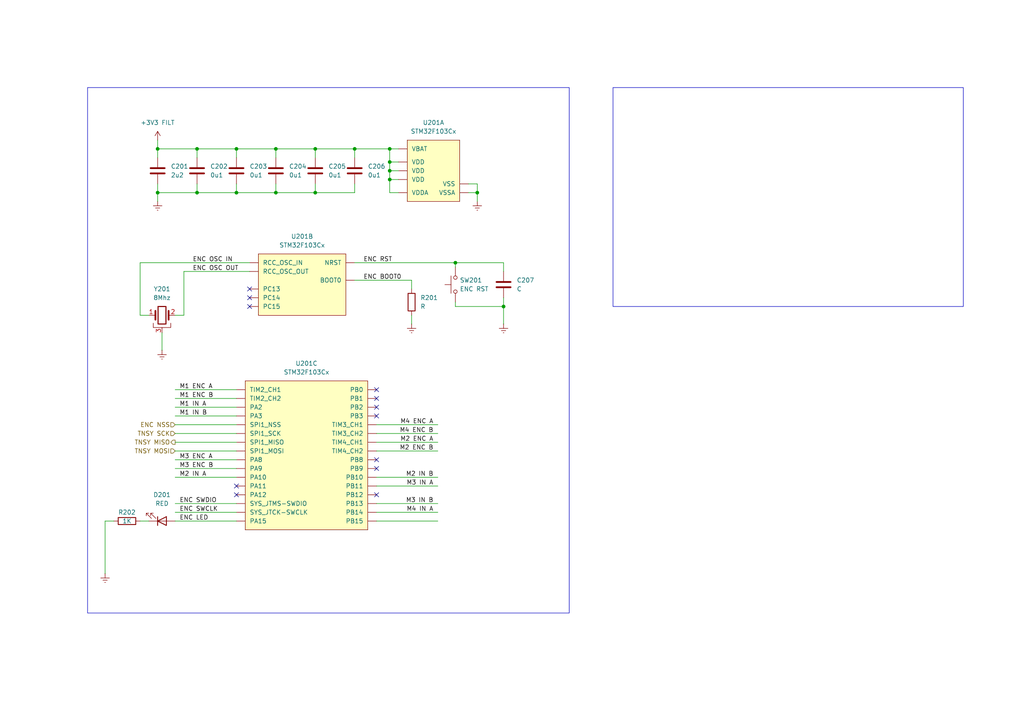
<source format=kicad_sch>
(kicad_sch (version 20231120) (generator "eeschema") (generator_version "8.0")
  (paper "A4")
  (lib_symbols
    (symbol "Device:C" (pin_numbers hide) (pin_names (offset 0.254))
      (property "Reference" "C" (at 0.635 2.54 0))
      (property "Value" "C" (at 0.635 -2.54 0))
      (symbol "C_0_1"
        (polyline (pts (xy -2.032 -0.762) (xy 2.032 -0.762)) (stroke (width 0.508)))
        (polyline (pts (xy -2.032 0.762) (xy 2.032 0.762)) (stroke (width 0.508)))
      )
      (symbol "C_1_1"
        (pin passive line (at 0 3.81 270) (length 2.794) (name "~") (number "1"))
        (pin passive line (at 0 -3.81 90) (length 2.794) (name "~") (number "2"))
      )
    )
    (symbol "Device:Crystal_GND3" (pin_names (offset 1.016) hide)
      (property "Reference" "Y" (at 0 5.715 0))
      (property "Value" "Crystal_GND3" (at 0 3.81 0))
      (symbol "Crystal_GND3_0_1"
        (rectangle (start -1.143 2.54) (end 1.143 -2.54) (stroke (width 0.3048)))
        (polyline (pts (xy -2.54 0) (xy -1.905 0)))
        (polyline (pts (xy -1.905 -1.27) (xy -1.905 1.27)) (stroke (width 0.508)))
        (polyline (pts (xy 0 -3.81) (xy 0 -3.556)))
        (polyline (pts (xy 1.905 0) (xy 2.54 0)))
        (polyline (pts (xy 1.905 1.27) (xy 1.905 -1.27)) (stroke (width 0.508)))
        (polyline (pts (xy -2.54 -2.286) (xy -2.54 -3.556) (xy 2.54 -3.556) (xy 2.54 -2.286)))
      )
      (symbol "Crystal_GND3_1_1"
        (pin passive line (at -3.81 0 0) (length 1.27) (name "1") (number "1"))
        (pin passive line (at 3.81 0 180) (length 1.27) (name "2") (number "2"))
        (pin passive line (at 0 -5.08 90) (length 1.27) (name "3") (number "3"))
      )
    )
    (symbol "Device:LED" (pin_numbers hide) (pin_names (offset 1.016) hide)
      (property "Reference" "D" (at 0 2.54 0))
      (property "Value" "LED" (at 0 -2.54 0))
      (symbol "LED_0_1"
        (polyline (pts (xy -1.27 -1.27) (xy -1.27 1.27)) (stroke (width 0.254)))
        (polyline (pts (xy -1.27 0) (xy 1.27 0)))
        (polyline (pts (xy 1.27 -1.27) (xy 1.27 1.27) (xy -1.27 0) (xy 1.27 -1.27)) (stroke (width 0.254)))
        (polyline (pts (xy -3.048 -0.762) (xy -4.572 -2.286) (xy -3.81 -2.286) (xy -4.572 -2.286) (xy -4.572 -1.524)))
        (polyline (pts (xy -1.778 -0.762) (xy -3.302 -2.286) (xy -2.54 -2.286) (xy -3.302 -2.286) (xy -3.302 -1.524)))
      )
      (symbol "LED_1_1"
        (pin passive line (at -3.81 0 0) (length 2.54) (name "K") (number "1"))
        (pin passive line (at 3.81 0 180) (length 2.54) (name "A") (number "2"))
      )
    )
    (symbol "Device:R" (pin_numbers hide) (pin_names (offset 0))
      (property "Reference" "R" (at 2.032 0 90))
      (property "Value" "R" (at 0 0 90))
      (symbol "R_0_1"
        (rectangle (start -1.016 -2.54) (end 1.016 2.54) (stroke (width 0.254)))
      )
      (symbol "R_1_1"
        (pin passive line (at 0 3.81 270) (length 1.27) (name "~") (number "1"))
        (pin passive line (at 0 -3.81 90) (length 1.27) (name "~") (number "2"))
      )
    )
    (symbol "STM32F103Cx_1" (pin_numbers hide) (pin_names (offset 1.27))
      (property "Reference" "U" (at 0 1.778 0))
      (property "Value" "STM32F103Cx" (at 9.144 1.778 0))
      (symbol "STM32F103Cx_1_1_1"
        (rectangle (start -7.62 0) (end 7.62 -17.78) (fill (type background)))
        (pin power_in line (at -10.16 -2.54 0) (length 2.54) (name "VBAT") (number "1"))
        (pin power_in line (at 10.16 -12.7 180) (length 2.54) (name "VSS") (number "23"))
        (pin power_in line (at -10.16 -11.43 0) (length 2.54) (name "VDD") (number "24"))
        (pin passive line (at 10.16 -12.7 180) (length 2.54) hide (name "VSS") (number "35"))
        (pin power_in line (at -10.16 -8.89 0) (length 2.54) (name "VDD") (number "36"))
        (pin passive line (at 10.16 -12.7 180) (length 2.54) hide (name "VSS") (number "47"))
        (pin power_in line (at -10.16 -6.35 0) (length 2.54) (name "VDD") (number "48"))
        (pin power_in line (at 10.16 -15.24 180) (length 2.54) (name "VSSA") (number "8"))
        (pin power_in line (at -10.16 -15.24 0) (length 2.54) (name "VDDA") (number "9"))
      )
      (symbol "STM32F103Cx_1_2_1"
        (rectangle (start -12.7 0) (end 12.7 -17.78) (fill (type background)))
        (pin bidirectional line (at -15.24 -10.16 0) (length 2.54) (name "PC13") (number "2"))
        (pin bidirectional line (at -15.24 -12.7 0) (length 2.54) (name "PC14") (number "3"))
        (pin bidirectional line (at -15.24 -15.24 0) (length 2.54) (name "PC15") (number "4"))
        (pin input line (at 15.24 -7.62 180) (length 2.54) (name "BOOT0") (number "44"))
        (pin bidirectional line (at -15.24 -2.54 0) (length 2.54) (name "PD0") (number "5") (alternate "RCC_OSC_IN" bidirectional line))
        (pin bidirectional line (at -15.24 -5.08 0) (length 2.54) (name "PD1") (number "6") (alternate "RCC_OSC_OUT" bidirectional line))
        (pin input line (at 15.24 -2.54 180) (length 2.54) (name "NRST") (number "7"))
      )
      (symbol "STM32F103Cx_1_3_1"
        (rectangle (start -17.78 0) (end 17.78 -43.18) (fill (type background)))
        (pin bidirectional line (at -20.32 -2.54 0) (length 2.54) (name "PA0") (number "10") (alternate "TIM2_CH1" bidirectional line))
        (pin bidirectional line (at -20.32 -5.08 0) (length 2.54) (name "PA1") (number "11") (alternate "TIM2_CH2" bidirectional line))
        (pin bidirectional line (at -20.32 -7.62 0) (length 2.54) (name "PA2") (number "12"))
        (pin bidirectional line (at -20.32 -10.16 0) (length 2.54) (name "PA3") (number "13"))
        (pin bidirectional line (at -20.32 -12.7 0) (length 2.54) (name "PA4") (number "14") (alternate "SPI1_NSS" bidirectional line))
        (pin bidirectional line (at -20.32 -15.24 0) (length 2.54) (name "PA5") (number "15") (alternate "SPI1_SCK" bidirectional line))
        (pin bidirectional line (at -20.32 -17.78 0) (length 2.54) (name "PA6") (number "16") (alternate "SPI1_MISO" bidirectional line) (alternate "TIM3_CH1" bidirectional line))
        (pin bidirectional line (at -20.32 -20.32 0) (length 2.54) (name "PA7") (number "17") (alternate "SPI1_MOSI" bidirectional line) (alternate "TIM3_CH2" bidirectional line))
        (pin bidirectional line (at 20.32 -2.54 180) (length 2.54) (name "PB0") (number "18"))
        (pin bidirectional line (at 20.32 -5.08 180) (length 2.54) (name "PB1") (number "19"))
        (pin bidirectional line (at 20.32 -7.62 180) (length 2.54) (name "PB2") (number "20"))
        (pin bidirectional line (at 20.32 -27.94 180) (length 2.54) (name "PB10") (number "21"))
        (pin bidirectional line (at 20.32 -30.48 180) (length 2.54) (name "PB11") (number "22"))
        (pin bidirectional line (at 20.32 -33.02 180) (length 2.54) (name "PB12") (number "25"))
        (pin bidirectional line (at 20.32 -35.56 180) (length 2.54) (name "PB13") (number "26"))
        (pin bidirectional line (at 20.32 -38.1 180) (length 2.54) (name "PB14") (number "27"))
        (pin bidirectional line (at 20.32 -40.64 180) (length 2.54) (name "PB15") (number "28"))
        (pin bidirectional line (at -20.32 -22.86 0) (length 2.54) (name "PA8") (number "29") (alternate "" input line) (alternate "" input line))
        (pin bidirectional line (at -20.32 -25.4 0) (length 2.54) (name "PA9") (number "30"))
        (pin bidirectional line (at -20.32 -27.94 0) (length 2.54) (name "PA10") (number "31"))
        (pin bidirectional line (at -20.32 -30.48 0) (length 2.54) (name "PA11") (number "32"))
        (pin bidirectional line (at -20.32 -33.02 0) (length 2.54) (name "PA12") (number "33"))
        (pin bidirectional line (at -20.32 -35.56 0) (length 2.54) (name "PA13") (number "34") (alternate "SYS_JTMS-SWDIO" bidirectional line))
        (pin bidirectional line (at -20.32 -38.1 0) (length 2.54) (name "PA14") (number "37") (alternate "SYS_JTCK-SWCLK" bidirectional line))
        (pin bidirectional line (at -20.32 -40.64 0) (length 2.54) (name "PA15") (number "38") (alternate "SPI1_NSS" bidirectional line) (alternate "TIM2_CH1" bidirectional line))
        (pin bidirectional line (at 20.32 -10.16 180) (length 2.54) (name "PB3") (number "39") (alternate "SPI1_SCK" bidirectional line) (alternate "TIM2_CH2" bidirectional line))
        (pin bidirectional line (at 20.32 -12.7 180) (length 2.54) (name "PB4") (number "40") (alternate "SPI1_MISO" bidirectional line) (alternate "TIM3_CH1" bidirectional line))
        (pin bidirectional line (at 20.32 -15.24 180) (length 2.54) (name "PB5") (number "41") (alternate "SPI1_MOSI" bidirectional line) (alternate "TIM3_CH2" bidirectional line))
        (pin bidirectional line (at 20.32 -17.78 180) (length 2.54) (name "PB6") (number "42") (alternate "" input line) (alternate "TIM4_CH1" bidirectional line))
        (pin bidirectional line (at 20.32 -20.32 180) (length 2.54) (name "PB7") (number "43") (alternate "" input line) (alternate "TIM4_CH2" bidirectional line))
        (pin bidirectional line (at 20.32 -22.86 180) (length 2.54) (name "PB8") (number "45"))
        (pin bidirectional line (at 20.32 -25.4 180) (length 2.54) (name "PB9") (number "46"))
      )
    )
    (symbol "STM32F103Cx_2" (pin_numbers hide) (pin_names (offset 1.27))
      (property "Reference" "U" (at 0 1.778 0))
      (property "Value" "STM32F103Cx" (at 9.144 1.778 0))
      (symbol "STM32F103Cx_2_1_1"
        (rectangle (start -7.62 0) (end 7.62 -17.78) (fill (type background)))
        (pin power_in line (at -10.16 -2.54 0) (length 2.54) (name "VBAT") (number "1"))
        (pin power_in line (at 10.16 -12.7 180) (length 2.54) (name "VSS") (number "23"))
        (pin power_in line (at -10.16 -11.43 0) (length 2.54) (name "VDD") (number "24"))
        (pin passive line (at 10.16 -12.7 180) (length 2.54) hide (name "VSS") (number "35"))
        (pin power_in line (at -10.16 -8.89 0) (length 2.54) (name "VDD") (number "36"))
        (pin passive line (at 10.16 -12.7 180) (length 2.54) hide (name "VSS") (number "47"))
        (pin power_in line (at -10.16 -6.35 0) (length 2.54) (name "VDD") (number "48"))
        (pin passive line (at 10.16 -12.7 180) (length 2.54) hide (name "EP") (number "49"))
        (pin power_in line (at 10.16 -15.24 180) (length 2.54) (name "VSSA") (number "8"))
        (pin power_in line (at -10.16 -15.24 0) (length 2.54) (name "VDDA") (number "9"))
      )
      (symbol "STM32F103Cx_2_2_1"
        (rectangle (start -12.7 0) (end 12.7 -17.78) (fill (type background)))
        (pin bidirectional line (at -15.24 -10.16 0) (length 2.54) (name "PC13") (number "2"))
        (pin bidirectional line (at -15.24 -12.7 0) (length 2.54) (name "PC14") (number "3"))
        (pin bidirectional line (at -15.24 -15.24 0) (length 2.54) (name "PC15") (number "4"))
        (pin input line (at 15.24 -7.62 180) (length 2.54) (name "BOOT0") (number "44"))
        (pin bidirectional line (at -15.24 -2.54 0) (length 2.54) (name "PD0") (number "5") (alternate "RCC_OSC_IN" bidirectional line))
        (pin bidirectional line (at -15.24 -5.08 0) (length 2.54) (name "PD1") (number "6") (alternate "RCC_OSC_OUT" bidirectional line))
        (pin input line (at 15.24 -2.54 180) (length 2.54) (name "NRST") (number "7"))
      )
      (symbol "STM32F103Cx_2_3_1"
        (rectangle (start -17.78 0) (end 17.78 -43.18) (fill (type background)))
        (pin bidirectional line (at -20.32 -2.54 0) (length 2.54) (name "PA0") (number "10") (alternate "TIM2_CH1" bidirectional line))
        (pin bidirectional line (at -20.32 -5.08 0) (length 2.54) (name "PA1") (number "11") (alternate "TIM2_CH2" bidirectional line))
        (pin bidirectional line (at -20.32 -7.62 0) (length 2.54) (name "PA2") (number "12"))
        (pin bidirectional line (at -20.32 -10.16 0) (length 2.54) (name "PA3") (number "13"))
        (pin bidirectional line (at -20.32 -12.7 0) (length 2.54) (name "PA4") (number "14") (alternate "SPI1_NSS" bidirectional line))
        (pin bidirectional line (at -20.32 -15.24 0) (length 2.54) (name "PA5") (number "15") (alternate "SPI1_SCK" bidirectional line))
        (pin bidirectional line (at -20.32 -17.78 0) (length 2.54) (name "PA6") (number "16") (alternate "SPI1_MISO" bidirectional line) (alternate "TIM3_CH1" bidirectional line))
        (pin bidirectional line (at -20.32 -20.32 0) (length 2.54) (name "PA7") (number "17") (alternate "SPI1_MOSI" bidirectional line) (alternate "TIM3_CH2" bidirectional line))
        (pin bidirectional line (at 20.32 -2.54 180) (length 2.54) (name "PB0") (number "18"))
        (pin bidirectional line (at 20.32 -5.08 180) (length 2.54) (name "PB1") (number "19"))
        (pin bidirectional line (at 20.32 -7.62 180) (length 2.54) (name "PB2") (number "20"))
        (pin bidirectional line (at 20.32 -27.94 180) (length 2.54) (name "PB10") (number "21"))
        (pin bidirectional line (at 20.32 -30.48 180) (length 2.54) (name "PB11") (number "22"))
        (pin bidirectional line (at 20.32 -33.02 180) (length 2.54) (name "PB12") (number "25"))
        (pin bidirectional line (at 20.32 -35.56 180) (length 2.54) (name "PB13") (number "26"))
        (pin bidirectional line (at 20.32 -38.1 180) (length 2.54) (name "PB14") (number "27"))
        (pin bidirectional line (at 20.32 -40.64 180) (length 2.54) (name "PB15") (number "28"))
        (pin bidirectional line (at -20.32 -22.86 0) (length 2.54) (name "PA8") (number "29"))
        (pin bidirectional line (at -20.32 -25.4 0) (length 2.54) (name "PA9") (number "30"))
        (pin bidirectional line (at -20.32 -27.94 0) (length 2.54) (name "PA10") (number "31"))
        (pin bidirectional line (at -20.32 -30.48 0) (length 2.54) (name "PA11") (number "32"))
        (pin bidirectional line (at -20.32 -33.02 0) (length 2.54) (name "PA12") (number "33"))
        (pin bidirectional line (at -20.32 -35.56 0) (length 2.54) (name "PA13") (number "34") (alternate "SYS_JTMS-SWDIO" bidirectional line))
        (pin bidirectional line (at -20.32 -38.1 0) (length 2.54) (name "PA14") (number "37") (alternate "SYS_JTCK-SWCLK" bidirectional line))
        (pin bidirectional line (at -20.32 -40.64 0) (length 2.54) (name "PA15") (number "38") (alternate "SPI1_NSS" bidirectional line) (alternate "TIM2_CH1" bidirectional line))
        (pin bidirectional line (at 20.32 -10.16 180) (length 2.54) (name "PB3") (number "39") (alternate "SPI1_SCK" bidirectional line) (alternate "TIM2_CH2" bidirectional line))
        (pin bidirectional line (at 20.32 -12.7 180) (length 2.54) (name "PB4") (number "40") (alternate "SPI1_MISO" bidirectional line) (alternate "TIM3_CH1" bidirectional line))
        (pin bidirectional line (at 20.32 -15.24 180) (length 2.54) (name "PB5") (number "41") (alternate "SPI1_MOSI" bidirectional line) (alternate "TIM3_CH2" bidirectional line))
        (pin bidirectional line (at 20.32 -17.78 180) (length 2.54) (name "PB6") (number "42") (alternate "TIM4_CH1" bidirectional line))
        (pin bidirectional line (at 20.32 -20.32 180) (length 2.54) (name "PB7") (number "43") (alternate "TIM4_CH2" bidirectional line))
        (pin bidirectional line (at 20.32 -22.86 180) (length 2.54) (name "PB8") (number "45"))
        (pin bidirectional line (at 20.32 -25.4 180) (length 2.54) (name "PB9") (number "46"))
      )
    )
    (symbol "Switch:SW_Push" (pin_numbers hide) (pin_names (offset 1.016) hide)
      (property "Reference" "SW" (at 1.27 2.54 0))
      (property "Value" "SW_Push" (at 0 -1.524 0))
      (symbol "SW_Push_0_1"
        (circle (center -2.032 0) (radius 0.508))
        (polyline (pts (xy 0 1.27) (xy 0 3.048)))
        (polyline (pts (xy 2.54 1.27) (xy -2.54 1.27)))
        (circle (center 2.032 0) (radius 0.508))
        (pin passive line (at -5.08 0 0) (length 2.54) (name "1") (number "1"))
        (pin passive line (at 5.08 0 180) (length 2.54) (name "2") (number "2"))
      )
    )
    (symbol "power:+3V3" (power) (pin_numbers hide) (pin_names (offset 0) hide)
      (property "Value" "+3V3" (at 0 3.556 0))
      (symbol "+3V3_0_1"
        (polyline (pts (xy -0.762 1.27) (xy 0 2.54)))
        (polyline (pts (xy 0 0) (xy 0 2.54)))
        (polyline (pts (xy 0 2.54) (xy 0.762 1.27)))
      )
      (symbol "+3V3_1_1"
        (pin power_in line (at 0 0 90) (length 0) (name "~") (number "1"))
      )
    )
    (symbol "power:GNDREF" (power) (pin_numbers hide) (pin_names (offset 0) hide)
      (property "Value" "GNDREF" (at 0 -3.81 0))
      (symbol "GNDREF_0_1"
        (polyline (pts (xy -0.635 -1.905) (xy 0.635 -1.905)))
        (polyline (pts (xy -0.127 -2.54) (xy 0.127 -2.54)))
        (polyline (pts (xy 0 -1.27) (xy 0 0)))
        (polyline (pts (xy 1.27 -1.27) (xy -1.27 -1.27)))
      )
      (symbol "GNDREF_1_1"
        (pin power_in line (at 0 0 270) (length 0) (name "~") (number "1"))
      )
    )
    (symbol "vincent:STM32F103Cx" (pin_numbers hide) (pin_names (offset 1.27))
      (property "Reference" "U" (at 0 1.778 0))
      (property "Value" "STM32F103Cx" (at 9.144 1.778 0))
      (symbol "STM32F103Cx_1_1"
        (rectangle (start -7.62 0) (end 7.62 -17.78) (fill (type background)))
        (pin power_in line (at -10.16 -2.54 0) (length 2.54) (name "VBAT") (number "1"))
        (pin power_in line (at 10.16 -12.7 180) (length 2.54) (name "VSS") (number "23"))
        (pin power_in line (at -10.16 -11.43 0) (length 2.54) (name "VDD") (number "24"))
        (pin passive line (at 10.16 -12.7 180) (length 2.54) hide (name "VSS") (number "35"))
        (pin power_in line (at -10.16 -8.89 0) (length 2.54) (name "VDD") (number "36"))
        (pin passive line (at 10.16 -12.7 180) (length 2.54) hide (name "VSS") (number "47"))
        (pin power_in line (at -10.16 -6.35 0) (length 2.54) (name "VDD") (number "48"))
        (pin power_in line (at 10.16 -15.24 180) (length 2.54) (name "VSSA") (number "8"))
        (pin power_in line (at -10.16 -15.24 0) (length 2.54) (name "VDDA") (number "9"))
      )
      (symbol "STM32F103Cx_2_1"
        (rectangle (start -12.7 0) (end 12.7 -17.78) (fill (type background)))
        (pin bidirectional line (at -15.24 -10.16 0) (length 2.54) (name "PC13") (number "2"))
        (pin bidirectional line (at -15.24 -12.7 0) (length 2.54) (name "PC14") (number "3"))
        (pin bidirectional line (at -15.24 -15.24 0) (length 2.54) (name "PC15") (number "4"))
        (pin input line (at 15.24 -7.62 180) (length 2.54) (name "BOOT0") (number "44"))
        (pin bidirectional line (at -15.24 -2.54 0) (length 2.54) (name "PD0") (number "5") (alternate "RCC_OSC_IN" bidirectional line))
        (pin bidirectional line (at -15.24 -5.08 0) (length 2.54) (name "PD1") (number "6") (alternate "RCC_OSC_OUT" bidirectional line))
        (pin input line (at 15.24 -2.54 180) (length 2.54) (name "NRST") (number "7"))
      )
      (symbol "STM32F103Cx_3_1"
        (rectangle (start -17.78 0) (end 17.78 -43.18) (fill (type background)))
        (pin bidirectional line (at -20.32 -2.54 0) (length 2.54) (name "PA0") (number "10") (alternate "TIM2_CH1" bidirectional line))
        (pin bidirectional line (at -20.32 -5.08 0) (length 2.54) (name "PA1") (number "11") (alternate "TIM2_CH2" bidirectional line))
        (pin bidirectional line (at -20.32 -7.62 0) (length 2.54) (name "PA2") (number "12"))
        (pin bidirectional line (at -20.32 -10.16 0) (length 2.54) (name "PA3") (number "13"))
        (pin bidirectional line (at -20.32 -12.7 0) (length 2.54) (name "PA4") (number "14") (alternate "SPI1_NSS" bidirectional line))
        (pin bidirectional line (at -20.32 -15.24 0) (length 2.54) (name "PA5") (number "15") (alternate "SPI1_SCK" bidirectional line))
        (pin bidirectional line (at -20.32 -17.78 0) (length 2.54) (name "PA6") (number "16") (alternate "SPI1_MISO" bidirectional line) (alternate "TIM3_CH1" bidirectional line))
        (pin bidirectional line (at -20.32 -20.32 0) (length 2.54) (name "PA7") (number "17") (alternate "SPI1_MOSI" bidirectional line) (alternate "TIM3_CH2" bidirectional line))
        (pin bidirectional line (at 20.32 -2.54 180) (length 2.54) (name "PB0") (number "18"))
        (pin bidirectional line (at 20.32 -5.08 180) (length 2.54) (name "PB1") (number "19"))
        (pin bidirectional line (at 20.32 -7.62 180) (length 2.54) (name "PB2") (number "20"))
        (pin bidirectional line (at 20.32 -27.94 180) (length 2.54) (name "PB10") (number "21"))
        (pin bidirectional line (at 20.32 -30.48 180) (length 2.54) (name "PB11") (number "22"))
        (pin bidirectional line (at 20.32 -33.02 180) (length 2.54) (name "PB12") (number "25"))
        (pin bidirectional line (at 20.32 -35.56 180) (length 2.54) (name "PB13") (number "26"))
        (pin bidirectional line (at 20.32 -38.1 180) (length 2.54) (name "PB14") (number "27"))
        (pin bidirectional line (at 20.32 -40.64 180) (length 2.54) (name "PB15") (number "28"))
        (pin bidirectional line (at -20.32 -22.86 0) (length 2.54) (name "PA8") (number "29"))
        (pin bidirectional line (at -20.32 -25.4 0) (length 2.54) (name "PA9") (number "30"))
        (pin bidirectional line (at -20.32 -27.94 0) (length 2.54) (name "PA10") (number "31"))
        (pin bidirectional line (at -20.32 -30.48 0) (length 2.54) (name "PA11") (number "32"))
        (pin bidirectional line (at -20.32 -33.02 0) (length 2.54) (name "PA12") (number "33"))
        (pin bidirectional line (at -20.32 -35.56 0) (length 2.54) (name "PA13") (number "34") (alternate "SYS_JTMS-SWDIO" bidirectional line))
        (pin bidirectional line (at -20.32 -38.1 0) (length 2.54) (name "PA14") (number "37") (alternate "SYS_JTCK-SWCLK" bidirectional line))
        (pin bidirectional line (at -20.32 -40.64 0) (length 2.54) (name "PA15") (number "38") (alternate "SPI1_NSS" bidirectional line) (alternate "TIM2_CH1" bidirectional line))
        (pin bidirectional line (at 20.32 -10.16 180) (length 2.54) (name "PB3") (number "39") (alternate "SPI1_SCK" bidirectional line) (alternate "TIM2_CH2" bidirectional line))
        (pin bidirectional line (at 20.32 -12.7 180) (length 2.54) (name "PB4") (number "40") (alternate "SPI1_MISO" bidirectional line) (alternate "TIM3_CH1" bidirectional line))
        (pin bidirectional line (at 20.32 -15.24 180) (length 2.54) (name "PB5") (number "41") (alternate "SPI1_MOSI" bidirectional line) (alternate "TIM3_CH2" bidirectional line))
        (pin bidirectional line (at 20.32 -17.78 180) (length 2.54) (name "PB6") (number "42") (alternate "TIM4_CH1" bidirectional line))
        (pin bidirectional line (at 20.32 -20.32 180) (length 2.54) (name "PB7") (number "43") (alternate "TIM4_CH2" bidirectional line))
        (pin bidirectional line (at 20.32 -22.86 180) (length 2.54) (name "PB8") (number "45"))
        (pin bidirectional line (at 20.32 -25.4 180) (length 2.54) (name "PB9") (number "46"))
      )
    )
  )
  (junction (at 57.15 43.18))
  (junction (at 146.05 88.9))
  (junction (at 91.44 43.18))
  (junction (at 132.08 76.2))
  (junction (at 113.03 52.07))
  (junction (at 68.58 55.88))
  (junction (at 68.58 43.18))
  (junction (at 57.15 55.88))
  (junction (at 138.43 55.88))
  (junction (at 113.03 46.99))
  (junction (at 91.44 55.88))
  (junction (at 45.72 55.88))
  (junction (at 102.87 43.18))
  (junction (at 113.03 49.53))
  (junction (at 45.72 43.18))
  (junction (at 113.03 43.18))
  (junction (at 80.01 55.88))
  (junction (at 80.01 43.18))
  (no_connect (at 72.39 88.9))
  (no_connect (at 109.22 118.11))
  (no_connect (at 68.58 143.51))
  (no_connect (at 109.22 115.57))
  (no_connect (at 109.22 143.51))
  (no_connect (at 68.58 140.97))
  (no_connect (at 109.22 120.65))
  (no_connect (at 109.22 133.35))
  (no_connect (at 72.39 86.36))
  (no_connect (at 109.22 135.89))
  (no_connect (at 72.39 83.82))
  (no_connect (at 109.22 113.03))
  (wire (pts (xy 127 148.59) (xy 109.22 148.59)))
  (wire (pts (xy 50.8 91.44) (xy 53.34 91.44)))
  (wire (pts (xy 45.72 43.18) (xy 57.15 43.18)))
  (wire (pts (xy 33.02 151.13) (xy 30.48 151.13)))
  (wire (pts (xy 135.89 55.88) (xy 138.43 55.88)))
  (wire (pts (xy 119.38 81.28) (xy 119.38 83.82)))
  (wire (pts (xy 53.34 78.74) (xy 53.34 91.44)))
  (wire (pts (xy 68.58 43.18) (xy 68.58 45.72)))
  (wire (pts (xy 45.72 55.88) (xy 57.15 55.88)))
  (wire (pts (xy 132.08 88.9) (xy 146.05 88.9)))
  (wire (pts (xy 127 130.81) (xy 109.22 130.81)))
  (wire (pts (xy 43.18 151.13) (xy 40.64 151.13)))
  (wire (pts (xy 45.72 40.64) (xy 45.72 43.18)))
  (wire (pts (xy 102.87 81.28) (xy 119.38 81.28)))
  (wire (pts (xy 43.18 91.44) (xy 40.64 91.44)))
  (wire (pts (xy 50.8 130.81) (xy 68.58 130.81)))
  (wire (pts (xy 127 146.05) (xy 109.22 146.05)))
  (wire (pts (xy 80.01 53.34) (xy 80.01 55.88)))
  (wire (pts (xy 113.03 43.18) (xy 113.03 46.99)))
  (wire (pts (xy 102.87 43.18) (xy 102.87 45.72)))
  (wire (pts (xy 45.72 53.34) (xy 45.72 55.88)))
  (wire (pts (xy 102.87 53.34) (xy 102.87 55.88)))
  (wire (pts (xy 57.15 55.88) (xy 68.58 55.88)))
  (wire (pts (xy 115.57 43.18) (xy 113.03 43.18)))
  (wire (pts (xy 127 128.27) (xy 109.22 128.27)))
  (wire (pts (xy 146.05 76.2) (xy 146.05 78.74)))
  (wire (pts (xy 146.05 88.9) (xy 146.05 93.98)))
  (wire (pts (xy 80.01 43.18) (xy 80.01 45.72)))
  (wire (pts (xy 132.08 76.2) (xy 146.05 76.2)))
  (wire (pts (xy 50.8 128.27) (xy 68.58 128.27)))
  (wire (pts (xy 138.43 53.34) (xy 138.43 55.88)))
  (wire (pts (xy 127 123.19) (xy 109.22 123.19)))
  (wire (pts (xy 50.8 135.89) (xy 68.58 135.89)))
  (wire (pts (xy 50.8 123.19) (xy 68.58 123.19)))
  (wire (pts (xy 50.8 133.35) (xy 68.58 133.35)))
  (wire (pts (xy 57.15 53.34) (xy 57.15 55.88)))
  (wire (pts (xy 45.72 43.18) (xy 45.72 45.72)))
  (wire (pts (xy 50.8 125.73) (xy 68.58 125.73)))
  (wire (pts (xy 119.38 91.44) (xy 119.38 93.98)))
  (wire (pts (xy 68.58 43.18) (xy 80.01 43.18)))
  (wire (pts (xy 113.03 55.88) (xy 115.57 55.88)))
  (wire (pts (xy 91.44 55.88) (xy 102.87 55.88)))
  (wire (pts (xy 127 140.97) (xy 109.22 140.97)))
  (wire (pts (xy 91.44 53.34) (xy 91.44 55.88)))
  (wire (pts (xy 50.8 120.65) (xy 68.58 120.65)))
  (wire (pts (xy 46.99 96.52) (xy 46.99 101.6)))
  (wire (pts (xy 91.44 43.18) (xy 102.87 43.18)))
  (wire (pts (xy 113.03 49.53) (xy 113.03 52.07)))
  (wire (pts (xy 50.8 118.11) (xy 68.58 118.11)))
  (wire (pts (xy 68.58 55.88) (xy 80.01 55.88)))
  (wire (pts (xy 91.44 43.18) (xy 91.44 45.72)))
  (wire (pts (xy 138.43 55.88) (xy 138.43 58.42)))
  (wire (pts (xy 50.8 113.03) (xy 68.58 113.03)))
  (wire (pts (xy 132.08 87.63) (xy 132.08 88.9)))
  (wire (pts (xy 45.72 55.88) (xy 45.72 58.42)))
  (wire (pts (xy 113.03 49.53) (xy 115.57 49.53)))
  (wire (pts (xy 113.03 52.07) (xy 113.03 55.88)))
  (wire (pts (xy 57.15 43.18) (xy 57.15 45.72)))
  (wire (pts (xy 57.15 43.18) (xy 68.58 43.18)))
  (wire (pts (xy 102.87 76.2) (xy 132.08 76.2)))
  (wire (pts (xy 127 125.73) (xy 109.22 125.73)))
  (wire (pts (xy 113.03 46.99) (xy 115.57 46.99)))
  (wire (pts (xy 50.8 115.57) (xy 68.58 115.57)))
  (wire (pts (xy 80.01 55.88) (xy 91.44 55.88)))
  (wire (pts (xy 72.39 78.74) (xy 53.34 78.74)))
  (wire (pts (xy 146.05 86.36) (xy 146.05 88.9)))
  (wire (pts (xy 40.64 76.2) (xy 72.39 76.2)))
  (wire (pts (xy 50.8 151.13) (xy 68.58 151.13)))
  (wire (pts (xy 50.8 146.05) (xy 68.58 146.05)))
  (wire (pts (xy 50.8 148.59) (xy 68.58 148.59)))
  (wire (pts (xy 132.08 76.2) (xy 132.08 77.47)))
  (wire (pts (xy 80.01 43.18) (xy 91.44 43.18)))
  (wire (pts (xy 40.64 76.2) (xy 40.64 91.44)))
  (wire (pts (xy 113.03 52.07) (xy 115.57 52.07)))
  (wire (pts (xy 127 138.43) (xy 109.22 138.43)))
  (wire (pts (xy 30.48 151.13) (xy 30.48 166.37)))
  (wire (pts (xy 113.03 46.99) (xy 113.03 49.53)))
  (wire (pts (xy 50.8 138.43) (xy 68.58 138.43)))
  (wire (pts (xy 127 151.13) (xy 109.22 151.13)))
  (wire (pts (xy 135.89 53.34) (xy 138.43 53.34)))
  (wire (pts (xy 102.87 43.18) (xy 113.03 43.18)))
  (wire (pts (xy 68.58 53.34) (xy 68.58 55.88)))
  (rectangle (start 177.8 25.4) (end 279.4 88.9))
  (rectangle (start 25.4 25.4) (end 165.1 177.8))
  (label "M1 ENC B" (at 52.07 115.57 0))
  (label "ENC LED" (at 52.07 151.13 0))
  (label "M4 ENC A" (at 125.73 123.19 180))
  (label "M3 ENC B" (at 52.07 135.89 0))
  (label "M2 IN A" (at 52.07 138.43 0))
  (label "M1 ENC A" (at 52.07 113.03 0))
  (label "M2 ENC B" (at 125.73 130.81 180))
  (label "M1 IN A" (at 52.07 118.11 0))
  (label "M2 ENC A" (at 125.73 128.27 180))
  (label "M3 IN A" (at 125.73 140.97 180))
  (label "ENC OSC IN" (at 55.88 76.2 0))
  (label "M3 IN B" (at 125.73 146.05 180))
  (label "M3 ENC A" (at 52.07 133.35 0))
  (label "ENC OSC OUT" (at 55.88 78.74 0))
  (label "M2 IN B" (at 125.73 138.43 180))
  (label "ENC SWDIO" (at 52.07 146.05 0))
  (label "ENC BOOT0" (at 105.41 81.28 0))
  (label "M4 ENC B" (at 125.73 125.73 180))
  (label "ENC RST" (at 105.41 76.2 0))
  (label "ENC SWCLK" (at 52.07 148.59 0))
  (label "M1 IN B" (at 52.07 120.65 0))
  (label "M4 IN A" (at 125.73 148.59 180))
  (hierarchical_label "TNSY SCK" (shape input) (at 50.8 125.73 180))
  (hierarchical_label "TNSY MISO" (shape output) (at 50.8 128.27 180))
  (hierarchical_label "ENC NSS" (shape input) (at 50.8 123.19 180))
  (hierarchical_label "TNSY MOSI" (shape input) (at 50.8 130.81 180))
  (symbol (lib_id "power:GNDREF") (at 146.05 93.98 0) (unit 1)
    (property "Reference" "#PWR0205" (effects (hide yes)))
    (property "Value" "GNDREF" (effects (hide yes)))
    (property "Description" "Power symbol creates a global label with name \"GNDREF\" , reference supply ground" (effects (hide yes)))
  )
  (symbol (lib_id "power:GNDREF") (at 45.72 58.42 0) (unit 1)
    (property "Reference" "#PWR0202" (effects (hide yes)))
    (property "Value" "GNDREF" (effects (hide yes)))
    (property "Description" "Power symbol creates a global label with name \"GNDREF\" , reference supply ground" (effects (hide yes)))
  )
  (symbol (lib_id "Device:LED") (at 46.99 151.13 0) (mirror x) (unit 1)
    (property "Reference" "D201" (at 46.99 143.51 0))
    (property "Value" "RED" (at 46.99 146.05 0))
    (property "Footprint" "Library:led0603" (effects (hide yes)))
    (property "Description" "Light emitting diode" (effects (hide yes)))
  )
  (symbol (lib_id "vincent:STM32F103Cx") (at 87.63 73.66 0) (unit 2)
    (property "Reference" "U201" (at 87.63 68.58 0))
    (property "Value" "STM32F103Cx" (at 87.63 71.12 0))
    (property "Footprint" "Package_DFN_QFN:QFN-48-1EP_7x7mm_P0.5mm_EP5.6x5.6mm_ThermalVias" (effects (hide yes)))
    (pin "6" (alternate "RCC_OSC_OUT"))
    (pin "5" (alternate "RCC_OSC_IN"))
  )
  (symbol (lib_id "Device:Crystal_GND3") (at 46.99 91.44 0) (unit 1)
    (property "Reference" "Y201" (at 46.99 83.82 0))
    (property "Value" "8Mhz" (at 46.99 86.36 0))
    (property "Footprint" "Crystal:Resonator_SMD_Murata_CSTxExxV-3Pin_3.0x1.1mm" (effects (hide yes)))
    (property "Description" "Three pin crystal, GND on pin 3" (effects (hide yes)))
  )
  (symbol (lib_id "Device:C") (at 45.72 49.53 0) (unit 1)
    (property "Reference" "C201" (at 49.53 48.2599 0) (effects (justify left)))
    (property "Value" "2u2" (at 49.53 50.7999 0) (effects (justify left)))
    (property "Footprint" "Library:cap0603" (effects (hide yes)))
    (property "Description" "Unpolarized capacitor" (effects (hide yes)))
  )
  (symbol (lib_id "Device:R") (at 119.38 87.63 180) (unit 1)
    (property "Reference" "R201" (at 121.92 86.3599 0) (effects (justify right)))
    (property "Value" "R" (at 121.92 88.8999 0) (effects (justify right)))
    (property "Footprint" "Library:res0603" (effects (hide yes)))
    (property "Description" "Resistor" (effects (hide yes)))
  )
  (symbol (lib_id "power:GNDREF") (at 30.48 166.37 0) (mirror y) (unit 1)
    (property "Reference" "#PWR0207" (effects (hide yes)))
    (property "Value" "GNDREF" (effects (hide yes)))
    (property "Description" "Power symbol creates a global label with name \"GNDREF\" , reference supply ground" (effects (hide yes)))
  )
  (symbol (lib_id "Device:C") (at 68.58 49.53 0) (unit 1)
    (property "Reference" "C203" (at 72.39 48.2599 0) (effects (justify left)))
    (property "Value" "0u1" (at 72.39 50.7999 0) (effects (justify left)))
    (property "Footprint" "Library:cap0603" (effects (hide yes)))
    (property "Description" "Unpolarized capacitor" (effects (hide yes)))
  )
  (symbol (lib_name "STM32F103Cx_1") (lib_id "vincent:STM32F103Cx") (at 88.9 110.49 0) (unit 3)
    (property "Reference" "U201" (at 88.9 105.41 0))
    (property "Value" "STM32F103Cx" (at 88.9 107.95 0))
    (property "Footprint" "Package_DFN_QFN:QFN-48-1EP_7x7mm_P0.5mm_EP5.6x5.6mm_ThermalVias" (effects (hide yes)))
    (pin "16" (alternate "SPI1_MISO"))
    (pin "15" (alternate "SPI1_SCK"))
    (pin "17" (alternate "SPI1_MOSI"))
    (pin "34" (alternate "SYS_JTMS-SWDIO"))
    (pin "37" (alternate "SYS_JTCK-SWCLK"))
    (pin "10" (alternate "TIM2_CH1"))
    (pin "11" (alternate "TIM2_CH2"))
    (pin "42" (alternate "TIM4_CH1"))
    (pin "43" (alternate "TIM4_CH2"))
    (pin "29" (alternate "PA8"))
    (pin "40" (alternate "TIM3_CH1"))
    (pin "41" (alternate "TIM3_CH2"))
    (pin "14" (alternate "SPI1_NSS"))
  )
  (symbol (lib_id "power:GNDREF") (at 119.38 93.98 0) (unit 1)
    (property "Reference" "#PWR0204" (effects (hide yes)))
    (property "Value" "GNDREF" (effects (hide yes)))
    (property "Description" "Power symbol creates a global label with name \"GNDREF\" , reference supply ground" (effects (hide yes)))
  )
  (symbol (lib_id "Device:C") (at 57.15 49.53 0) (unit 1)
    (property "Reference" "C202" (at 60.96 48.2599 0) (effects (justify left)))
    (property "Value" "0u1" (at 60.96 50.7999 0) (effects (justify left)))
    (property "Footprint" "Library:cap0603" (effects (hide yes)))
    (property "Description" "Unpolarized capacitor" (effects (hide yes)))
  )
  (symbol (lib_id "power:+3V3") (at 45.72 40.64 0) (unit 1)
    (property "Reference" "#PWR0201" (effects (hide yes)))
    (property "Value" "+3V3 FILT" (at 45.72 35.56 0))
    (property "Description" "Power symbol creates a global label with name \"+3V3\"" (effects (hide yes)))
  )
  (symbol (lib_id "Device:C") (at 91.44 49.53 0) (unit 1)
    (property "Reference" "C205" (at 95.25 48.2599 0) (effects (justify left)))
    (property "Value" "0u1" (at 95.25 50.7999 0) (effects (justify left)))
    (property "Footprint" "Library:cap0603" (effects (hide yes)))
    (property "Description" "Unpolarized capacitor" (effects (hide yes)))
  )
  (symbol (lib_id "Device:R") (at 36.83 151.13 270) (mirror x) (unit 1)
    (property "Reference" "R202" (at 36.83 148.59 90))
    (property "Value" "1K" (at 36.83 151.13 90))
    (property "Footprint" "Library:res0603" (effects (hide yes)))
    (property "Description" "Resistor" (effects (hide yes)))
  )
  (symbol (lib_id "power:GNDREF") (at 46.99 101.6 0) (unit 1)
    (property "Reference" "#PWR0206" (effects (hide yes)))
    (property "Value" "GNDREF" (effects (hide yes)))
    (property "Description" "Power symbol creates a global label with name \"GNDREF\" , reference supply ground" (effects (hide yes)))
  )
  (symbol (lib_name "STM32F103Cx_2") (lib_id "vincent:STM32F103Cx") (at 125.73 40.64 0) (unit 1)
    (property "Reference" "U201" (at 125.73 35.56 0))
    (property "Value" "STM32F103Cx" (at 125.73 38.1 0))
    (property "Footprint" "Package_DFN_QFN:QFN-48-1EP_7x7mm_P0.5mm_EP5.6x5.6mm_ThermalVias" (effects (hide yes)))
  )
  (symbol (lib_id "power:GNDREF") (at 138.43 58.42 0) (unit 1)
    (property "Reference" "#PWR0203" (effects (hide yes)))
    (property "Value" "GNDREF" (effects (hide yes)))
    (property "Description" "Power symbol creates a global label with name \"GNDREF\" , reference supply ground" (effects (hide yes)))
  )
  (symbol (lib_id "Switch:SW_Push") (at 132.08 82.55 90) (unit 1)
    (property "Reference" "SW201" (at 133.35 81.2799 90) (effects (justify right)))
    (property "Value" "ENC RST" (at 133.35 83.8199 90) (effects (justify right)))
    (property "Footprint" "Button_Switch_THT:SW_PUSH_6mm" (effects (hide yes)))
    (property "Description" "Push button switch, generic, two pins" (effects (hide yes)))
  )
  (symbol (lib_id "Device:C") (at 102.87 49.53 0) (unit 1)
    (property "Reference" "C206" (at 106.68 48.2599 0) (effects (justify left)))
    (property "Value" "0u1" (at 106.68 50.7999 0) (effects (justify left)))
    (property "Footprint" "Library:cap0603" (effects (hide yes)))
    (property "Description" "Unpolarized capacitor" (effects (hide yes)))
  )
  (symbol (lib_id "Device:C") (at 80.01 49.53 0) (unit 1)
    (property "Reference" "C204" (at 83.82 48.2599 0) (effects (justify left)))
    (property "Value" "0u1" (at 83.82 50.7999 0) (effects (justify left)))
    (property "Footprint" "Library:cap0603" (effects (hide yes)))
    (property "Description" "Unpolarized capacitor" (effects (hide yes)))
  )
  (symbol (lib_id "Device:C") (at 146.05 82.55 0) (unit 1)
    (property "Reference" "C207" (at 149.86 81.2799 0) (effects (justify left)))
    (property "Value" "C" (at 149.86 83.8199 0) (effects (justify left)))
    (property "Footprint" "Library:cap0603" (effects (hide yes)))
    (property "Description" "Unpolarized capacitor" (effects (hide yes)))
  )
)
</source>
